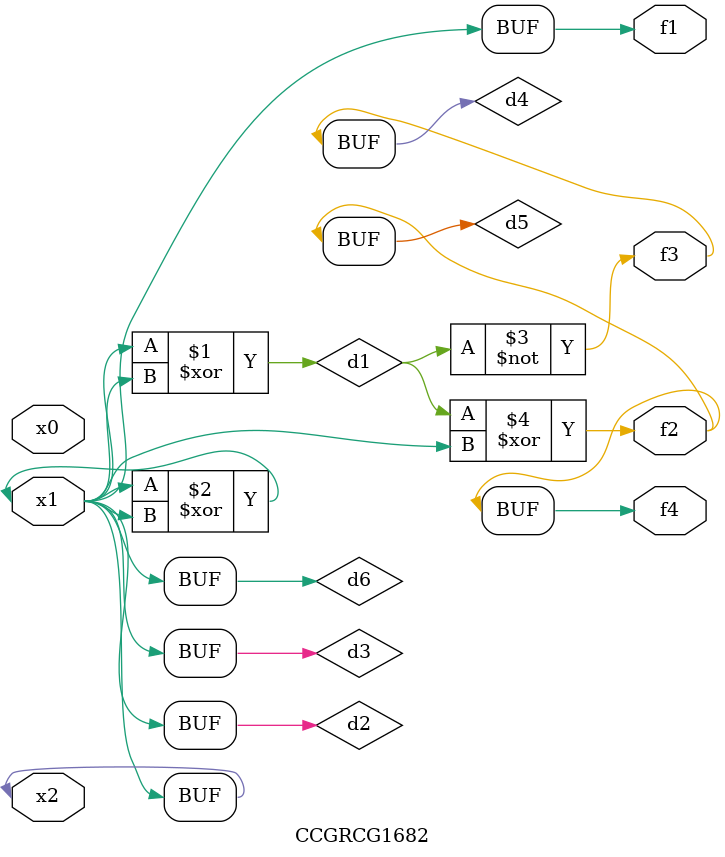
<source format=v>
module CCGRCG1682(
	input x0, x1, x2,
	output f1, f2, f3, f4
);

	wire d1, d2, d3, d4, d5, d6;

	xor (d1, x1, x2);
	buf (d2, x1, x2);
	xor (d3, x1, x2);
	nor (d4, d1);
	xor (d5, d1, d2);
	buf (d6, d2, d3);
	assign f1 = d6;
	assign f2 = d5;
	assign f3 = d4;
	assign f4 = d5;
endmodule

</source>
